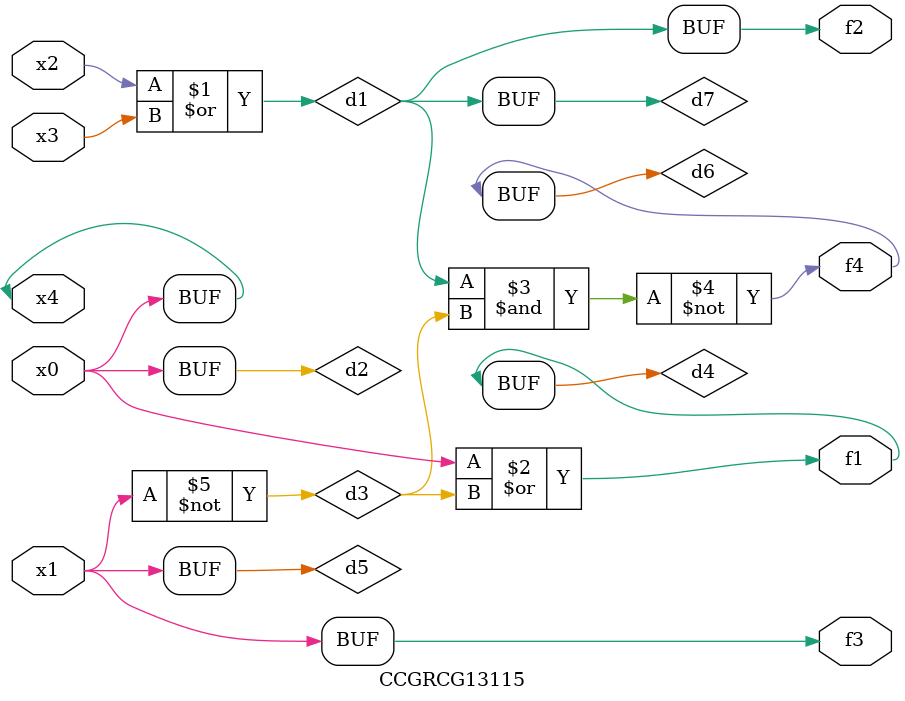
<source format=v>
module CCGRCG13115(
	input x0, x1, x2, x3, x4,
	output f1, f2, f3, f4
);

	wire d1, d2, d3, d4, d5, d6, d7;

	or (d1, x2, x3);
	buf (d2, x0, x4);
	not (d3, x1);
	or (d4, d2, d3);
	not (d5, d3);
	nand (d6, d1, d3);
	or (d7, d1);
	assign f1 = d4;
	assign f2 = d7;
	assign f3 = d5;
	assign f4 = d6;
endmodule

</source>
